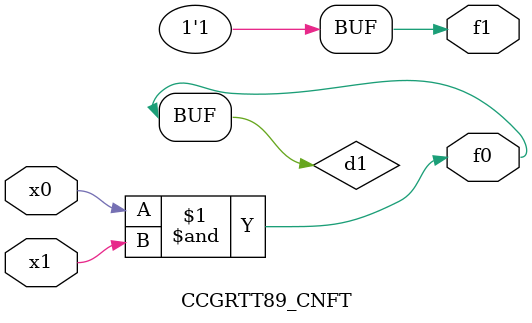
<source format=v>
module CCGRTT89_CNFT(
	input x0, x1,
	output f0, f1
);

	wire d1;

	assign f0 = d1;
	and (d1, x0, x1);
	assign f1 = 1'b1;
endmodule

</source>
